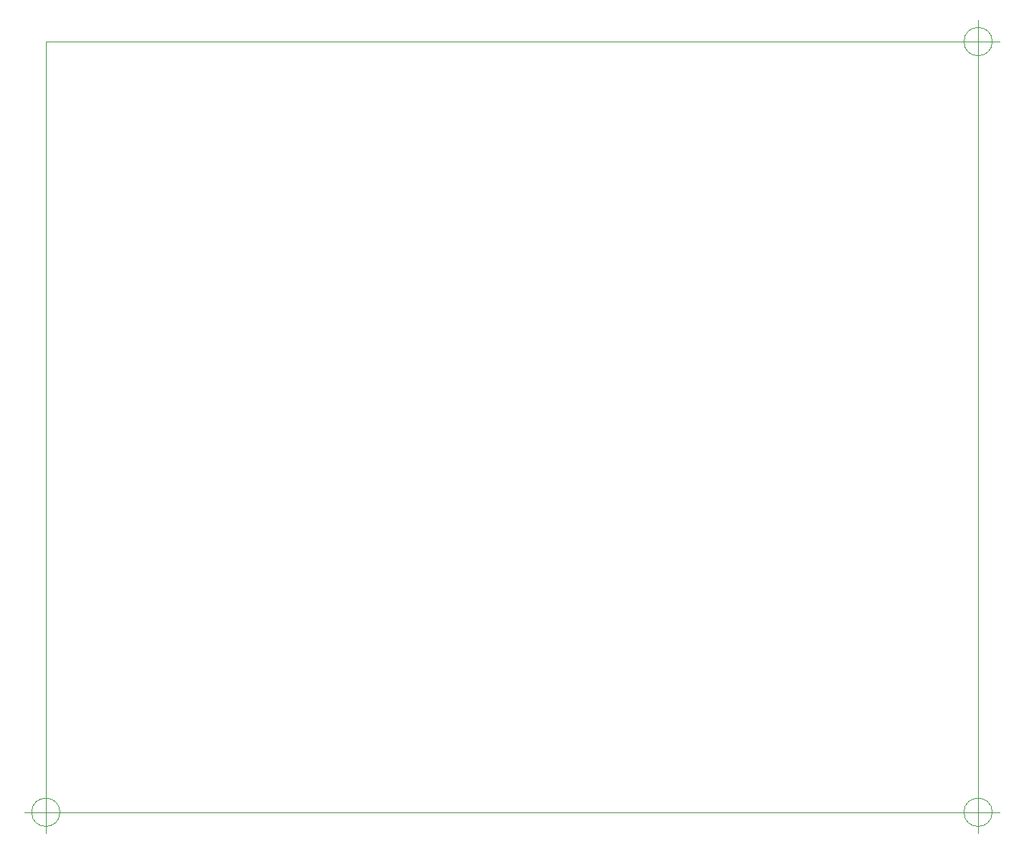
<source format=gbr>
G04 #@! TF.GenerationSoftware,KiCad,Pcbnew,5.1.4+dfsg1-1*
G04 #@! TF.CreationDate,2020-02-21T11:40:22+01:00*
G04 #@! TF.ProjectId,ledStripDriver,6c656453-7472-4697-9044-72697665722e,rev?*
G04 #@! TF.SameCoordinates,Original*
G04 #@! TF.FileFunction,Profile,NP*
%FSLAX46Y46*%
G04 Gerber Fmt 4.6, Leading zero omitted, Abs format (unit mm)*
G04 Created by KiCad (PCBNEW 5.1.4+dfsg1-1) date 2020-02-21 11:40:22*
%MOMM*%
%LPD*%
G04 APERTURE LIST*
%ADD10C,0.050000*%
G04 APERTURE END LIST*
D10*
X211666666Y-50000000D02*
G75*
G03X211666666Y-50000000I-1666666J0D01*
G01*
X207500000Y-50000000D02*
X212500000Y-50000000D01*
X210000000Y-47500000D02*
X210000000Y-52500000D01*
X101666666Y-141000000D02*
G75*
G03X101666666Y-141000000I-1666666J0D01*
G01*
X97500000Y-141000000D02*
X102500000Y-141000000D01*
X100000000Y-138500000D02*
X100000000Y-143500000D01*
X211666666Y-141000000D02*
G75*
G03X211666666Y-141000000I-1666666J0D01*
G01*
X207500000Y-141000000D02*
X212500000Y-141000000D01*
X210000000Y-138500000D02*
X210000000Y-143500000D01*
X210000000Y-50000000D02*
X100000000Y-50000000D01*
X210000000Y-141000000D02*
X210000000Y-50000000D01*
X100000000Y-141000000D02*
X210000000Y-141000000D01*
X100000000Y-50000000D02*
X100000000Y-141000000D01*
M02*

</source>
